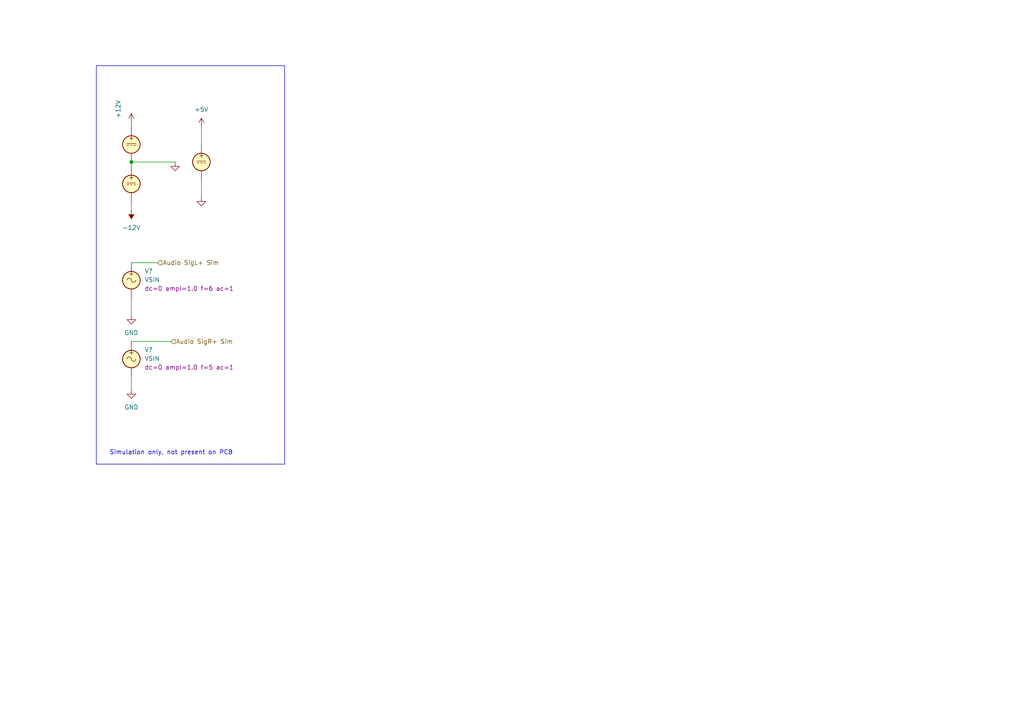
<source format=kicad_sch>
(kicad_sch (version 20230121) (generator eeschema)
  (paper "A4")
  (title_block (title "Daisy Seed FM Synth Eurorack Module"))
  (lib_symbols
    (symbol "Simulation_SPICE:VDC" (pin_numbers hide) (pin_names (offset 0.0254))
      (property "Reference" "V" (at 2.54 2.54 0))
      (property "Value" "1" (at 2.54 0 0))
      (symbol "VDC_0_0"
        (polyline (pts (xy -1.27 0.254) (xy 1.27 0.254)))
        (polyline (pts (xy -0.762 -0.254) (xy -1.27 -0.254)))
        (polyline (pts (xy 0.254 -0.254) (xy -0.254 -0.254)))
        (polyline (pts (xy 1.27 -0.254) (xy 0.762 -0.254)))
        (text "+" (at 0 1.905 0) (effects (font (size 1.27 1.27))))
      )
      (symbol "VDC_0_1"
        (circle (center 0 0) (radius 2.54) (stroke (width 0.254)) (fill (type background)))
      )
      (symbol "VDC_1_1"
        (pin passive line (at 0 5.08 270) (length 2.54) (name "~") (number "1"))
        (pin passive line (at 0 -5.08 90) (length 2.54) (name "~") (number "2"))
      )
    )
    (symbol "Simulation_SPICE:VSIN" (pin_numbers hide) (pin_names (offset 0.0254))
      (property "Reference" "V" (at 2.54 2.54 0))
      (property "Value" "VSIN" (at 2.54 0 0))
      (property "Sim.Params" "dc=0 ampl=1 f=1k ac=1" (at 2.54 -2.54 0))
      (symbol "VSIN_0_0"
        (arc (start 0 0) (mid -0.635 0.6323) (end -1.27 0))
        (arc (start 0 0) (mid 0.635 -0.6323) (end 1.27 0))
        (text "+" (at 0 1.905 0) (effects (font (size 1.27 1.27))))
      )
      (symbol "VSIN_0_1"
        (circle (center 0 0) (radius 2.54) (stroke (width 0.254)) (fill (type background)))
      )
      (symbol "VSIN_1_1"
        (pin passive line (at 0 5.08 270) (length 2.54) (name "~") (number "1"))
        (pin passive line (at 0 -5.08 90) (length 2.54) (name "~") (number "2"))
      )
    )
    (symbol "power:+12V" (power) (pin_names (offset 0))
      (property "Value" "+12V" (at 0 3.556 0))
      (symbol "+12V_0_1"
        (polyline (pts (xy -0.762 1.27) (xy 0 2.54)))
        (polyline (pts (xy 0 0) (xy 0 2.54)))
        (polyline (pts (xy 0 2.54) (xy 0.762 1.27)))
      )
      (symbol "+12V_1_1"
        (pin power_in line (at 0 0 90) (length 0) hide (name "+12V") (number "1"))
      )
    )
    (symbol "power:+5V" (power) (pin_names (offset 0))
      (property "Value" "+5V" (at 0 3.556 0))
      (symbol "+5V_0_1"
        (polyline (pts (xy -0.762 1.27) (xy 0 2.54)))
        (polyline (pts (xy 0 0) (xy 0 2.54)))
        (polyline (pts (xy 0 2.54) (xy 0.762 1.27)))
      )
      (symbol "+5V_1_1"
        (pin power_in line (at 0 0 90) (length 0) hide (name "+5V") (number "1"))
      )
    )
    (symbol "power:-12V" (power) (pin_names (offset 0))
      (property "Value" "-12V" (at 0 3.81 0))
      (symbol "-12V_0_0"
        (pin power_in line (at 0 0 90) (length 0) hide (name "-12V") (number "1"))
      )
      (symbol "-12V_0_1"
        (polyline (pts (xy 0 0) (xy 0 1.27) (xy 0.762 1.27) (xy 0 2.54) (xy -0.762 1.27) (xy 0 1.27)) (fill (type outline)))
      )
    )
    (symbol "power:GND" (power) (pin_names (offset 0))
      (property "Value" "GND" (at 0 -3.81 0))
      (symbol "GND_0_1"
        (polyline (pts (xy 0 0) (xy 0 -1.27) (xy 1.27 -1.27) (xy 0 -2.54) (xy -1.27 -1.27) (xy 0 -1.27)))
      )
      (symbol "GND_1_1"
        (pin power_in line (at 0 0 270) (length 0) hide (name "GND") (number "1"))
      )
    )
  )
  (junction (at 38.1 46.99))
  (wire (pts (xy 38.1 35.56) (xy 38.1 36.83)))
  (wire (pts (xy 38.1 86.36) (xy 38.1 91.44)))
  (wire (pts (xy 38.1 99.06) (xy 49.53 99.06)))
  (wire (pts (xy 58.42 36.83) (xy 58.42 41.91)))
  (wire (pts (xy 58.42 52.07) (xy 58.42 57.15)))
  (wire (pts (xy 45.72 76.2) (xy 38.1 76.2)))
  (wire (pts (xy 38.1 46.99) (xy 50.8 46.99)))
  (wire (pts (xy 38.1 48.26) (xy 38.1 46.99)))
  (wire (pts (xy 38.1 109.22) (xy 38.1 113.03)))
  (wire (pts (xy 38.1 58.42) (xy 38.1 60.96)))
  (rectangle (start 27.94 19.05) (end 82.55 134.62))
  (text "Simulation only, not present on PCB" (at 31.75 132.08 0) (effects (font (size 1.27 1.27)) (justify left bottom)))
  (hierarchical_label "Audio SigL+ Sim" (shape input) (at 45.72 76.2 0))
  (hierarchical_label "Audio SigR+ Sim" (shape input) (at 49.53 99.06 0))
  (symbol (lib_id "power:GND") (at 50.8 46.99 0) (unit 1)
    (property "Reference" "#PWR?" (effects hide))
    (property "Value" "GND" (effects hide))
    (instances (project "SeedFmSynth" (path "" (reference "#PWR?") (unit 1)) (path "" (reference "#PWR010") (unit 1))) (project "opampSim" (path "" (reference "#PWR?") (unit 1))))
  )
  (symbol (lib_id "power:GND") (at 58.42 57.15 0) (unit 1) (on_board no)
    (property "Reference" "#PWR?" (effects hide))
    (property "Value" "GND" (effects hide))
    (instances (project "SeedFmSynth" (path "" (reference "#PWR?") (unit 1)) (path "" (reference "#PWR012") (unit 1))) (project "opampSim" (path "" (reference "#PWR?") (unit 1))))
  )
  (symbol (lib_id "power:-12V") (at 38.1 60.96 180) (unit 1) (on_board no)
    (property "Reference" "#PWR?" (effects hide))
    (property "Value" "-12V" (at 38.1 66.04 0))
    (instances (project "SeedFmSynth" (path "" (reference "#PWR?") (unit 1)) (path "" (reference "#PWR07") (unit 1))) (project "opampSim" (path "" (reference "#PWR?") (unit 1))))
  )
  (symbol (lib_id "power:GND") (at 38.1 91.44 0) (unit 1) (on_board no)
    (property "Reference" "#PWR08" (effects hide))
    (property "Value" "GND" (at 38.1 96.52 0))
  )
  (symbol (lib_id "power:+5V") (at 58.42 36.83 0) (unit 1) (on_board no)
    (property "Reference" "#PWR?" (effects hide))
    (property "Value" "+5V" (at 58.42 31.75 0))
    (instances (project "SeedFmSynth" (path "" (reference "#PWR?") (unit 1)) (path "" (reference "#PWR011") (unit 1))) (project "opampSim" (path "" (reference "#PWR?") (unit 1))))
  )
  (symbol (lib_id "Simulation_SPICE:VDC") (at 58.42 46.99 0) (unit 1) (on_board no)
    (property "Reference" "V?" (effects hide))
    (property "Value" "12" (effects hide))
    (property "Sim.Pins" "1=+ 2=-" (effects hide))
    (property "Sim.Type" "DC" (effects hide))
    (property "Sim.Device" "V" (effects hide))
    (property "Sim.Enable" "0" (effects hide))
    (instances (project "SeedFmSynth" (path "" (reference "V?") (unit 1)) (path "" (reference "V5") (unit 1))) (project "opampSim" (path "" (reference "V?") (unit 1))))
  )
  (symbol (lib_id "Simulation_SPICE:VSIN") (at 38.1 104.14 0) (unit 1) (on_board no)
    (property "Reference" "V?" (at 41.91 101.4702 0) (effects (justify left)))
    (property "Value" "VSIN" (at 41.91 104.0102 0) (effects (justify left)))
    (property "Sim.Pins" "1=+ 2=-" (effects hide))
    (property "Sim.Params" "dc=0 ampl=1.0 f=5 ac=1" (at 41.91 106.5502 0) (effects (justify left)))
    (property "Sim.Type" "SIN" (effects hide))
    (property "Sim.Device" "V" (effects hide))
    (instances (project "SeedFmSynth" (path "" (reference "V?") (unit 1)) (path "" (reference "V4") (unit 1))) (project "opampSim" (path "" (reference "V?") (unit 1))))
  )
  (symbol (lib_id "Simulation_SPICE:VDC") (at 38.1 41.91 0) (unit 1) (on_board no)
    (property "Reference" "V?" (effects hide))
    (property "Value" "12" (effects hide))
    (property "Sim.Pins" "1=+ 2=-" (effects hide))
    (property "Sim.Type" "DC" (effects hide))
    (property "Sim.Device" "V" (effects hide))
    (instances (project "SeedFmSynth" (path "" (reference "V?") (unit 1)) (path "" (reference "V1") (unit 1))) (project "opampSim" (path "" (reference "V?") (unit 1))))
  )
  (symbol (lib_id "Simulation_SPICE:VSIN") (at 38.1 81.28 0) (unit 1) (on_board no)
    (property "Reference" "V?" (at 41.91 78.6102 0) (effects (justify left)))
    (property "Value" "VSIN" (at 41.91 81.1502 0) (effects (justify left)))
    (property "Sim.Pins" "1=+ 2=-" (effects hide))
    (property "Sim.Params" "dc=0 ampl=1.0 f=6 ac=1" (at 41.91 83.6902 0) (effects (justify left)))
    (property "Sim.Type" "SIN" (effects hide))
    (property "Sim.Device" "V" (effects hide))
    (instances (project "SeedFmSynth" (path "" (reference "V?") (unit 1)) (path "" (reference "V3") (unit 1))) (project "opampSim" (path "" (reference "V?") (unit 1))))
  )
  (symbol (lib_id "power:+12V") (at 38.1 35.56 0) (unit 1) (on_board no)
    (property "Reference" "#PWR?" (effects hide))
    (property "Value" "+12V" (at 34.29 34.29 90) (effects (justify left)))
    (instances (project "SeedFmSynth" (path "" (reference "#PWR?") (unit 1)) (path "" (reference "#PWR06") (unit 1))) (project "opampSim" (path "" (reference "#PWR?") (unit 1))))
  )
  (symbol (lib_id "Simulation_SPICE:VDC") (at 38.1 53.34 0) (unit 1) (on_board no)
    (property "Reference" "V?" (effects hide))
    (property "Value" "12" (effects hide))
    (property "Sim.Pins" "1=+ 2=-" (effects hide))
    (property "Sim.Type" "DC" (effects hide))
    (property "Sim.Device" "V" (effects hide))
    (instances (project "SeedFmSynth" (path "" (reference "V?") (unit 1)) (path "" (reference "V2") (unit 1))) (project "opampSim" (path "" (reference "V?") (unit 1))))
  )
  (symbol (lib_id "power:GND") (at 38.1 113.03 0) (unit 1) (on_board no)
    (property "Reference" "#PWR09" (effects hide))
    (property "Value" "GND" (at 38.1 118.11 0))
  )
)
</source>
